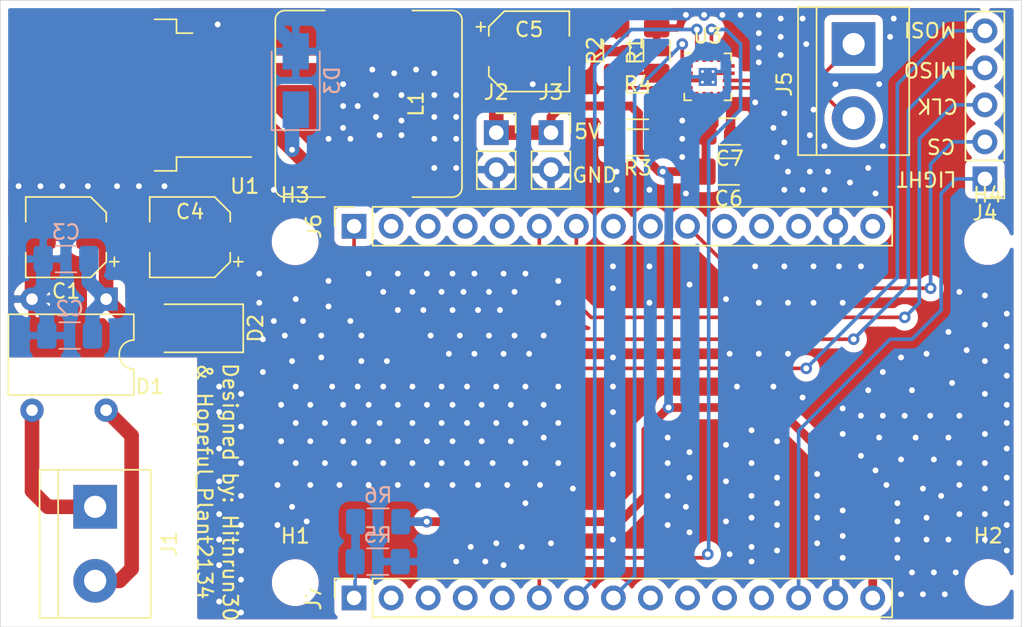
<source format=kicad_pcb>
(kicad_pcb (version 20171130) (host pcbnew "(5.1.10)-1")
  (layers (0 F.Cu signal) (31 B.Cu signal) (34 B.Paste user) (35 F.Paste user) (36 B.SilkS user) (37 F.SilkS user) (38 B.Mask user) (39 F.Mask user) (44 Edge.Cuts user))
  (net 0 "")
  (net 1 GND)
  (net 2 +24V)
  (net 3 "Net-(C4-Pad1)")
  (net 4 +5V)
  (net 5 "Net-(D1-Pad4)")
  (net 6 "Net-(D1-Pad3)")
  (net 7 "Net-(D3-Pad1)")
  (net 8 /lrclk)
  (net 9 /bclk)
  (net 10 /dout)
  (net 11 "Net-(R1-Pad2)")
  (net 12 "Net-(J5-Pad1)")
  (net 13 "Net-(J5-Pad2)")
  (net 14 "Net-(R3-Pad2)")
  (net 15 "Net-(J6-Pad15)")
  (net 16 "Net-(J6-Pad13)")
  (net 17 "Net-(J6-Pad12)")
  (net 18 "Net-(J6-Pad11)")
  (net 19 "Net-(J6-Pad9)")
  (net 20 "Net-(J6-Pad5)")
  (net 21 "Net-(J6-Pad4)")
  (net 22 "Net-(J6-Pad3)")
  (net 23 "Net-(J6-Pad2)")
  (net 24 "Net-(J7-Pad1)")
  (net 25 "Net-(J7-Pad2)")
  (net 26 "Net-(J7-Pad3)")
  (net 27 "Net-(J7-Pad4)")
  (net 28 "Net-(J7-Pad5)")
  (net 29 "Net-(J7-Pad9)")
  (net 30 "Net-(J7-Pad10)")
  (net 31 "Net-(J7-Pad11)")
  (net 32 "Net-(J7-Pad12)")
  (net 33 /LIGHT)
  (net 34 /CS)
  (net 35 /CLK)
  (net 36 /MISO)
  (net 37 /MOSI)
  (net 38 "Net-(J6-Pad8)")
  (module Connector_PinSocket_2.54mm:PinSocket_1x15_P2.54mm_Vertical (layer F.Cu) (at 151.75 58 90)
    (fp_text reference J7 (at 0 -2.77 90) (layer F.SilkS))
    (fp_text value Conn_01x15)
    (pad 15 thru_hole oval (at 0 35.56 90) (size 1.7 1.7) (drill 1) (layers *.Cu *.Mask) (net 4 +5V))
    (pad 14 thru_hole oval (at 0 33.02 90) (size 1.7 1.7) (drill 1) (layers *.Cu *.Mask) (net 1 GND))
    (pad 13 thru_hole oval (at 0 30.48 90) (size 1.7 1.7) (drill 1) (layers *.Cu *.Mask) (net 33 /LIGHT))
    (pad 12 thru_hole oval (at 0 27.94 90) (size 1.7 1.7) (drill 1) (layers *.Cu *.Mask) (net 32 "Net-(J7-Pad12)"))
    (pad 11 thru_hole oval (at 0 25.4 90) (size 1.7 1.7) (drill 1) (layers *.Cu *.Mask) (net 31 "Net-(J7-Pad11)"))
    (pad 10 thru_hole oval (at 0 22.86 90) (size 1.7 1.7) (drill 1) (layers *.Cu *.Mask) (net 30 "Net-(J7-Pad10)"))
    (pad 9 thru_hole oval (at 0 20.32 90) (size 1.7 1.7) (drill 1) (layers *.Cu *.Mask) (net 29 "Net-(J7-Pad9)"))
    (pad 8 thru_hole oval (at 0 17.78 90) (size 1.7 1.7) (drill 1) (layers *.Cu *.Mask) (net 10 /dout))
    (pad 7 thru_hole oval (at 0 15.24 90) (size 1.7 1.7) (drill 1) (layers *.Cu *.Mask) (net 9 /bclk))
    (pad 6 thru_hole oval (at 0 12.7 90) (size 1.7 1.7) (drill 1) (layers *.Cu *.Mask) (net 8 /lrclk))
    (pad 5 thru_hole oval (at 0 10.16 90) (size 1.7 1.7) (drill 1) (layers *.Cu *.Mask) (net 28 "Net-(J7-Pad5)"))
    (pad 4 thru_hole oval (at 0 7.62 90) (size 1.7 1.7) (drill 1) (layers *.Cu *.Mask) (net 27 "Net-(J7-Pad4)"))
    (pad 3 thru_hole oval (at 0 5.08 90) (size 1.7 1.7) (drill 1) (layers *.Cu *.Mask) (net 26 "Net-(J7-Pad3)"))
    (pad 2 thru_hole oval (at 0 2.54 90) (size 1.7 1.7) (drill 1) (layers *.Cu *.Mask) (net 25 "Net-(J7-Pad2)"))
    (pad 1 thru_hole rect (at 0 0 90) (size 1.7 1.7) (drill 1) (layers *.Cu *.Mask) (net 24 "Net-(J7-Pad1)"))
  )
  (module Connector_PinSocket_2.54mm:PinSocket_1x15_P2.54mm_Vertical (layer F.Cu) (at 151.75 32.5 90)
    (fp_text reference J6 (at 0 -2.77 90) (layer F.SilkS))
    (fp_text value Conn_01x15)
    (pad 15 thru_hole oval (at 0 35.56 90) (size 1.7 1.7) (drill 1) (layers *.Cu *.Mask) (net 15 "Net-(J6-Pad15)"))
    (pad 14 thru_hole oval (at 0 33.02 90) (size 1.7 1.7) (drill 1) (layers *.Cu *.Mask) (net 1 GND))
    (pad 13 thru_hole oval (at 0 30.48 90) (size 1.7 1.7) (drill 1) (layers *.Cu *.Mask) (net 16 "Net-(J6-Pad13)"))
    (pad 12 thru_hole oval (at 0 27.94 90) (size 1.7 1.7) (drill 1) (layers *.Cu *.Mask) (net 17 "Net-(J6-Pad12)"))
    (pad 11 thru_hole oval (at 0 25.4 90) (size 1.7 1.7) (drill 1) (layers *.Cu *.Mask) (net 18 "Net-(J6-Pad11)"))
    (pad 10 thru_hole oval (at 0 22.86 90) (size 1.7 1.7) (drill 1) (layers *.Cu *.Mask) (net 34 /CS))
    (pad 9 thru_hole oval (at 0 20.32 90) (size 1.7 1.7) (drill 1) (layers *.Cu *.Mask) (net 19 "Net-(J6-Pad9)"))
    (pad 8 thru_hole oval (at 0 17.78 90) (size 1.7 1.7) (drill 1) (layers *.Cu *.Mask) (net 38 "Net-(J6-Pad8)"))
    (pad 7 thru_hole oval (at 0 15.24 90) (size 1.7 1.7) (drill 1) (layers *.Cu *.Mask) (net 35 /CLK))
    (pad 6 thru_hole oval (at 0 12.7 90) (size 1.7 1.7) (drill 1) (layers *.Cu *.Mask) (net 36 /MISO))
    (pad 5 thru_hole oval (at 0 10.16 90) (size 1.7 1.7) (drill 1) (layers *.Cu *.Mask) (net 20 "Net-(J6-Pad5)"))
    (pad 4 thru_hole oval (at 0 7.62 90) (size 1.7 1.7) (drill 1) (layers *.Cu *.Mask) (net 21 "Net-(J6-Pad4)"))
    (pad 3 thru_hole oval (at 0 5.08 90) (size 1.7 1.7) (drill 1) (layers *.Cu *.Mask) (net 22 "Net-(J6-Pad3)"))
    (pad 2 thru_hole oval (at 0 2.54 90) (size 1.7 1.7) (drill 1) (layers *.Cu *.Mask) (net 23 "Net-(J6-Pad2)"))
    (pad 1 thru_hole rect (at 0 0 90) (size 1.7 1.7) (drill 1) (layers *.Cu *.Mask) (net 37 /MOSI))
  )
  (module MountingHole:MountingHole_2.2mm_M2 (layer F.Cu) (at 195.19 33.55)
    (fp_text reference H4 (at 0 -3.2) (layer F.SilkS))
    (fp_text value MountingHole)
    (pad 1 np_thru_hole circle (at 0 0) (size 2.2 2.2) (drill 2.2) (layers *.Cu *.Mask))
  )
  (module MountingHole:MountingHole_2.2mm_M2 (layer F.Cu) (at 147.71 33.56)
    (fp_text reference H3 (at 0 -3.2) (layer F.SilkS))
    (fp_text value MountingHole)
    (pad 1 np_thru_hole circle (at 0 0) (size 2.2 2.2) (drill 2.2) (layers *.Cu *.Mask))
  )
  (module MountingHole:MountingHole_2.2mm_M2 (layer F.Cu) (at 195.22 56.94)
    (fp_text reference H2 (at 0 -3.2) (layer F.SilkS))
    (fp_text value MountingHole)
    (pad 1 np_thru_hole circle (at 0 0) (size 2.2 2.2) (drill 2.2) (layers *.Cu *.Mask))
  )
  (module MountingHole:MountingHole_2.2mm_M2 (layer F.Cu) (at 147.72 56.95)
    (fp_text reference H1 (at 0 -3.2) (layer F.SilkS))
    (fp_text value MountingHole)
    (pad 1 np_thru_hole circle (at 0 0) (size 2.2 2.2) (drill 2.2) (layers *.Cu *.Mask))
  )
  (module Resistor_SMD:R_1206_3216Metric_Pad1.30x1.75mm_HandSolder (layer B.Cu) (at 153.4 52.77 180)
    (fp_text reference R6 (at 0 1.82) (layer B.SilkS) (effects (justify mirror)))
    (fp_text value 100K)
    (pad 2 smd roundrect (at 1.55 0 180) (size 1.3 1.75) (layers B.Cu B.Paste B.Mask) (roundrect_rratio 0.1923069230769231) (net 24 "Net-(J7-Pad1)"))
    (pad 1 smd roundrect (at -1.55 0 180) (size 1.3 1.75) (layers B.Cu B.Paste B.Mask) (roundrect_rratio 0.1923069230769231) (net 4 +5V))
  )
  (module Resistor_SMD:R_1206_3216Metric_Pad1.30x1.75mm_HandSolder (layer B.Cu) (at 153.37 55.51 180)
    (fp_text reference R5 (at 0 1.82) (layer B.SilkS) (effects (justify mirror)))
    (fp_text value DNI)
    (pad 2 smd roundrect (at 1.55 0 180) (size 1.3 1.75) (layers B.Cu B.Paste B.Mask) (roundrect_rratio 0.1923069230769231) (net 24 "Net-(J7-Pad1)"))
    (pad 1 smd roundrect (at -1.55 0 180) (size 1.3 1.75) (layers B.Cu B.Paste B.Mask) (roundrect_rratio 0.1923069230769231) (net 1 GND))
  )
  (module TerminalBlock:TerminalBlock_bornier-2_P5.08mm (layer F.Cu) (at 186 20 270)
    (fp_text reference J5 (at 2.75 4.75 90) (layer F.SilkS))
    (fp_text value Screw_Terminal_01x02)
    (pad 1 thru_hole rect (at 0 0 270) (size 3 3) (drill 1.52) (layers *.Cu *.Mask) (net 12 "Net-(J5-Pad1)"))
    (pad 2 thru_hole circle (at 5.08 0 270) (size 3 3) (drill 1.52) (layers *.Cu *.Mask) (net 13 "Net-(J5-Pad2)"))
  )
  (module Connector_PinHeader_2.54mm:PinHeader_1x05_P2.54mm_Vertical (layer F.Cu) (at 195 29.25 180)
    (fp_text reference J4 (at 0 -2.33) (layer F.SilkS))
    (fp_text value Conn_01x05)
    (pad 1 thru_hole rect (at 0 0 180) (size 1.7 1.7) (drill 1) (layers *.Cu *.Mask) (net 33 /LIGHT))
    (pad 2 thru_hole oval (at 0 2.54 180) (size 1.7 1.7) (drill 1) (layers *.Cu *.Mask) (net 34 /CS))
    (pad 3 thru_hole oval (at 0 5.08 180) (size 1.7 1.7) (drill 1) (layers *.Cu *.Mask) (net 35 /CLK))
    (pad 4 thru_hole oval (at 0 7.62 180) (size 1.7 1.7) (drill 1) (layers *.Cu *.Mask) (net 36 /MISO))
    (pad 5 thru_hole oval (at 0 10.16 180) (size 1.7 1.7) (drill 1) (layers *.Cu *.Mask) (net 37 /MOSI))
  )
  (module Capacitor_SMD:C_1206_3216Metric_Pad1.33x1.80mm_HandSolder (layer F.Cu) (at 177.4375 28.75 180)
    (fp_text reference C6 (at 0 -1.85) (layer F.SilkS))
    (fp_text value 100n)
    (pad 1 smd roundrect (at -1.5625 0 180) (size 1.325 1.8) (layers F.Cu F.Paste F.Mask) (roundrect_rratio 0.1886769811320755) (net 1 GND))
    (pad 2 smd roundrect (at 1.5625 0 180) (size 1.325 1.8) (layers F.Cu F.Paste F.Mask) (roundrect_rratio 0.1886769811320755) (net 4 +5V))
  )
  (module Capacitor_SMD:CP_Elec_5x5.3 (layer F.Cu) (at 132 33.25 180)
    (fp_text reference C1 (at 0 -3.7) (layer F.SilkS))
    (fp_text value 100u)
    (pad 2 smd roundrect (at 2.2 0 180) (size 3 1.6) (layers F.Cu F.Paste F.Mask) (roundrect_rratio 0.15625) (net 1 GND))
    (pad 1 smd roundrect (at -2.2 0 180) (size 3 1.6) (layers F.Cu F.Paste F.Mask) (roundrect_rratio 0.15625) (net 2 +24V))
  )
  (module Capacitor_SMD:C_1206_3216Metric_Pad1.33x1.80mm_HandSolder (layer B.Cu) (at 132.25 40 180)
    (fp_text reference C2 (at 0 1.85) (layer B.SilkS) (effects (justify mirror)))
    (fp_text value 1u)
    (pad 1 smd roundrect (at -1.5625 0 180) (size 1.325 1.8) (layers B.Cu B.Paste B.Mask) (roundrect_rratio 0.1886769811320755) (net 2 +24V))
    (pad 2 smd roundrect (at 1.5625 0 180) (size 1.325 1.8) (layers B.Cu B.Paste B.Mask) (roundrect_rratio 0.1886769811320755) (net 1 GND))
  )
  (module Capacitor_SMD:C_1206_3216Metric_Pad1.33x1.80mm_HandSolder (layer B.Cu) (at 132 34.75 180)
    (fp_text reference C3 (at 0 1.85) (layer B.SilkS) (effects (justify mirror)))
    (fp_text value 100n)
    (pad 2 smd roundrect (at 1.5625 0 180) (size 1.325 1.8) (layers B.Cu B.Paste B.Mask) (roundrect_rratio 0.1886769811320755) (net 1 GND))
    (pad 1 smd roundrect (at -1.5625 0 180) (size 1.325 1.8) (layers B.Cu B.Paste B.Mask) (roundrect_rratio 0.1886769811320755) (net 2 +24V))
  )
  (module Capacitor_SMD:CP_Elec_5x5.3 (layer F.Cu) (at 140.5 33.25 180)
    (fp_text reference C4 (at 0 1.75) (layer F.SilkS))
    (fp_text value 100u)
    (pad 1 smd roundrect (at -2.2 0 180) (size 3 1.6) (layers F.Cu F.Paste F.Mask) (roundrect_rratio 0.15625) (net 3 "Net-(C4-Pad1)"))
    (pad 2 smd roundrect (at 2.2 0 180) (size 3 1.6) (layers F.Cu F.Paste F.Mask) (roundrect_rratio 0.15625) (net 1 GND))
  )
  (module Capacitor_SMD:CP_Elec_5x5.3 (layer F.Cu) (at 163.75 20.5)
    (fp_text reference C5 (at 0 -1.5) (layer F.SilkS))
    (fp_text value 100u)
    (pad 1 smd roundrect (at -2.2 0) (size 3 1.6) (layers F.Cu F.Paste F.Mask) (roundrect_rratio 0.15625) (net 4 +5V))
    (pad 2 smd roundrect (at 2.2 0) (size 3 1.6) (layers F.Cu F.Paste F.Mask) (roundrect_rratio 0.15625) (net 1 GND))
  )
  (module Diode_THT:Diode_Bridge_DIP-4_W7.62mm_P5.08mm (layer F.Cu) (at 134.75 37.5 270)
    (fp_text reference D1 (at 6 -3 180) (layer F.SilkS))
    (fp_text value DF005M)
    (pad 4 thru_hole oval (at 7.62 0 270) (size 1.6 1.6) (drill 0.8) (layers *.Cu *.Mask) (net 5 "Net-(D1-Pad4)"))
    (pad 2 thru_hole oval (at 0 5.08 270) (size 1.6 1.6) (drill 0.8) (layers *.Cu *.Mask) (net 1 GND))
    (pad 3 thru_hole oval (at 7.62 5.08 270) (size 1.6 1.6) (drill 0.8) (layers *.Cu *.Mask) (net 6 "Net-(D1-Pad3)"))
    (pad 1 thru_hole rect (at 0 0 270) (size 1.6 1.6) (drill 0.8) (layers *.Cu *.Mask) (net 2 +24V))
  )
  (module Diode_SMD:D_SMA (layer F.Cu) (at 140.75 39.5 180)
    (fp_text reference D2 (at -4.25 0 90) (layer F.SilkS))
    (fp_text value US1A)
    (pad 1 smd rect (at -2 0 180) (size 2.5 1.8) (layers F.Cu F.Paste F.Mask) (net 3 "Net-(C4-Pad1)"))
    (pad 2 smd rect (at 2 0 180) (size 2.5 1.8) (layers F.Cu F.Paste F.Mask) (net 2 +24V))
  )
  (module Inductor_SMD:L_Bourns_SRR1260 (layer F.Cu) (at 152.75 24.1 270)
    (fp_text reference L1 (at 0 -3.25 90) (layer F.SilkS))
    (fp_text value 150uH)
    (pad 2 smd rect (at 4.85 0 270) (size 2.9 5.4) (layers F.Cu F.Paste F.Mask) (net 7 "Net-(D3-Pad1)"))
    (pad 1 smd rect (at -4.85 0 270) (size 2.9 5.4) (layers F.Cu F.Paste F.Mask) (net 4 +5V))
  )
  (module Package_TO_SOT_SMD:TO-263-5_TabPin3 (layer F.Cu) (at 136.625 23.5 180)
    (fp_text reference U1 (at -7.625 -6.25) (layer F.SilkS))
    (fp_text value LM2596S-5)
    (pad 1 smd rect (at -5.775 -3.4 180) (size 4.6 1.1) (layers F.Cu F.Paste F.Mask) (net 3 "Net-(C4-Pad1)"))
    (pad 2 smd rect (at -5.775 -1.7 180) (size 4.6 1.1) (layers F.Cu F.Paste F.Mask) (net 7 "Net-(D3-Pad1)"))
    (pad 3 smd rect (at -5.775 0 180) (size 4.6 1.1) (layers F.Cu F.Paste F.Mask) (net 1 GND))
    (pad 4 smd rect (at -5.775 1.7 180) (size 4.6 1.1) (layers F.Cu F.Paste F.Mask) (net 4 +5V))
    (pad 5 smd rect (at -5.775 3.4 180) (size 4.6 1.1) (layers F.Cu F.Paste F.Mask) (net 1 GND))
    (pad 3 smd rect (at 3.375 0 180) (size 9.4 10.8) (layers F.Cu F.Mask) (net 1 GND))
  )
  (module Connector_PinSocket_2.54mm:PinSocket_1x02_P2.54mm_Vertical (layer F.Cu) (at 161.5 26.075001)
    (fp_text reference J2 (at 0 -2.77) (layer F.SilkS))
    (fp_text value Conn_01x02)
    (pad 1 thru_hole rect (at 0 0) (size 1.7 1.7) (drill 1) (layers *.Cu *.Mask) (net 4 +5V))
    (pad 2 thru_hole oval (at 0 2.54) (size 1.7 1.7) (drill 1) (layers *.Cu *.Mask) (net 1 GND))
  )
  (module Connector_PinSocket_2.54mm:PinSocket_1x02_P2.54mm_Vertical (layer F.Cu) (at 165.25 26.075001)
    (fp_text reference J3 (at 0 -2.77) (layer F.SilkS))
    (fp_text value Conn_01x02)
    (pad 2 thru_hole oval (at 0 2.54) (size 1.7 1.7) (drill 1) (layers *.Cu *.Mask) (net 1 GND))
    (pad 1 thru_hole rect (at 0 0) (size 1.7 1.7) (drill 1) (layers *.Cu *.Mask) (net 4 +5V))
  )
  (module Diode_SMD:D_SMA (layer B.Cu) (at 147.75 22.5 90)
    (fp_text reference D3 (at 0 2.5 90) (layer B.SilkS) (effects (justify mirror)))
    (fp_text value US1A)
    (pad 1 smd rect (at -2 0 90) (size 2.5 1.8) (layers B.Cu B.Paste B.Mask) (net 7 "Net-(D3-Pad1)"))
    (pad 2 smd rect (at 2 0 90) (size 2.5 1.8) (layers B.Cu B.Paste B.Mask) (net 1 GND))
  )
  (module Capacitor_SMD:C_1206_3216Metric_Pad1.33x1.80mm_HandSolder (layer F.Cu) (at 177.5 26 180)
    (fp_text reference C7 (at 0 -1.85) (layer F.SilkS))
    (fp_text value 100n)
    (pad 2 smd roundrect (at 1.5625 0 180) (size 1.325 1.8) (layers F.Cu F.Paste F.Mask) (roundrect_rratio 0.1886769811320755) (net 4 +5V))
    (pad 1 smd roundrect (at -1.5625 0 180) (size 1.325 1.8) (layers F.Cu F.Paste F.Mask) (roundrect_rratio 0.1886769811320755) (net 1 GND))
  )
  (module Package_DFN_QFN:TQFN-16-1EP_3x3mm_P0.5mm_EP1.23x1.23mm_ThermalVias (layer F.Cu) (at 176 22.25)
    (fp_text reference U3 (at 0 -2.8) (layer F.SilkS))
    (fp_text value MAX98357A)
    (pad 1 smd roundrect (at -1.4375 -0.75) (size 0.825 0.25) (layers F.Cu F.Paste F.Mask) (net 10 /dout))
    (pad 2 smd roundrect (at -1.4375 -0.25) (size 0.825 0.25) (layers F.Cu F.Paste F.Mask) (net 11 "Net-(R1-Pad2)"))
    (pad 3 smd roundrect (at -1.4375 0.25) (size 0.825 0.25) (layers F.Cu F.Paste F.Mask) (net 1 GND))
    (pad 4 smd roundrect (at -1.4375 0.75) (size 0.825 0.25) (layers F.Cu F.Paste F.Mask) (net 14 "Net-(R3-Pad2)"))
    (pad 5 smd roundrect (at -0.75 1.4375) (size 0.25 0.825) (layers F.Cu F.Paste F.Mask))
    (pad 6 smd roundrect (at -0.25 1.4375) (size 0.25 0.825) (layers F.Cu F.Paste F.Mask))
    (pad 7 smd roundrect (at 0.25 1.4375) (size 0.25 0.825) (layers F.Cu F.Paste F.Mask) (net 4 +5V))
    (pad 8 smd roundrect (at 0.75 1.4375) (size 0.25 0.825) (layers F.Cu F.Paste F.Mask) (net 4 +5V))
    (pad 9 smd roundrect (at 1.4375 0.75) (size 0.825 0.25) (layers F.Cu F.Paste F.Mask) (net 13 "Net-(J5-Pad2)"))
    (pad 10 smd roundrect (at 1.4375 0.25) (size 0.825 0.25) (layers F.Cu F.Paste F.Mask) (net 12 "Net-(J5-Pad1)"))
    (pad 11 smd roundrect (at 1.4375 -0.25) (size 0.825 0.25) (layers F.Cu F.Paste F.Mask) (net 1 GND))
    (pad 12 smd roundrect (at 1.4375 -0.75) (size 0.825 0.25) (layers F.Cu F.Paste F.Mask))
    (pad 13 smd roundrect (at 0.75 -1.4375) (size 0.25 0.825) (layers F.Cu F.Paste F.Mask))
    (pad 14 smd roundrect (at 0.25 -1.4375) (size 0.25 0.825) (layers F.Cu F.Paste F.Mask) (net 8 /lrclk))
    (pad 15 smd roundrect (at -0.25 -1.4375) (size 0.25 0.825) (layers F.Cu F.Paste F.Mask))
    (pad 16 smd roundrect (at -0.75 -1.4375) (size 0.25 0.825) (layers F.Cu F.Paste F.Mask) (net 9 /bclk))
    (pad 17 smd rect (at 0 0) (size 1.23 1.23) (layers F.Cu F.Mask) (net 1 GND))
    (pad 17 thru_hole circle (at -0.365 -0.365) (size 0.5 0.5) (drill 0.2) (layers *.Cu) (net 1 GND))
    (pad 17 thru_hole circle (at 0.365 -0.365) (size 0.5 0.5) (drill 0.2) (layers *.Cu) (net 1 GND))
    (pad 17 thru_hole circle (at -0.365 0.365) (size 0.5 0.5) (drill 0.2) (layers *.Cu) (net 1 GND))
    (pad 17 thru_hole circle (at 0.365 0.365) (size 0.5 0.5) (drill 0.2) (layers *.Cu) (net 1 GND))
    (pad 17 smd rect (at 0 0) (size 1.23 1.23) (layers B.Cu) (net 1 GND))
  )
  (module Resistor_SMD:R_1206_3216Metric_Pad1.30x1.75mm_HandSolder (layer F.Cu) (at 172.5 20.45 270)
    (fp_text reference R1 (at 0 1.5 90) (layer F.SilkS))
    (fp_text value DNI)
    (pad 1 smd roundrect (at -1.55 0 270) (size 1.3 1.75) (layers F.Cu F.Paste F.Mask) (roundrect_rratio 0.1923069230769231) (net 1 GND))
    (pad 2 smd roundrect (at 1.55 0 270) (size 1.3 1.75) (layers F.Cu F.Paste F.Mask) (roundrect_rratio 0.1923069230769231) (net 11 "Net-(R1-Pad2)"))
  )
  (module Resistor_SMD:R_1206_3216Metric_Pad1.30x1.75mm_HandSolder (layer F.Cu) (at 169.75 20.45 270)
    (fp_text reference R2 (at 0 1.5 90) (layer F.SilkS))
    (fp_text value DNI)
    (pad 2 smd roundrect (at 1.55 0 270) (size 1.3 1.75) (layers F.Cu F.Paste F.Mask) (roundrect_rratio 0.1923069230769231) (net 11 "Net-(R1-Pad2)"))
    (pad 1 smd roundrect (at -1.55 0 270) (size 1.3 1.75) (layers F.Cu F.Paste F.Mask) (roundrect_rratio 0.1923069230769231) (net 4 +5V))
  )
  (module Resistor_SMD:R_1206_3216Metric_Pad1.30x1.75mm_HandSolder (layer F.Cu) (at 171.2 26.75)
    (fp_text reference R3 (at 0 1.75) (layer F.SilkS))
    (fp_text value DNI)
    (pad 1 smd roundrect (at -1.55 0) (size 1.3 1.75) (layers F.Cu F.Paste F.Mask) (roundrect_rratio 0.1923069230769231) (net 1 GND))
    (pad 2 smd roundrect (at 1.55 0) (size 1.3 1.75) (layers F.Cu F.Paste F.Mask) (roundrect_rratio 0.1923069230769231) (net 14 "Net-(R3-Pad2)"))
  )
  (module Resistor_SMD:R_1206_3216Metric_Pad1.30x1.75mm_HandSolder (layer F.Cu) (at 171.2 24.25)
    (fp_text reference R4 (at 0 -1.5) (layer F.SilkS))
    (fp_text value 630K)
    (pad 2 smd roundrect (at 1.55 0) (size 1.3 1.75) (layers F.Cu F.Paste F.Mask) (roundrect_rratio 0.1923069230769231) (net 14 "Net-(R3-Pad2)"))
    (pad 1 smd roundrect (at -1.55 0) (size 1.3 1.75) (layers F.Cu F.Paste F.Mask) (roundrect_rratio 0.1923069230769231) (net 4 +5V))
  )
  (module TerminalBlock:TerminalBlock_bornier-2_P5.08mm (layer F.Cu) (at 134 51.75 270)
    (fp_text reference J1 (at 2.54 -5.08 90) (layer F.SilkS))
    (fp_text value Screw_Terminal_01x02)
    (pad 1 thru_hole rect (at 0 0 270) (size 3 3) (drill 1.52) (layers *.Cu *.Mask) (net 6 "Net-(D1-Pad3)"))
    (pad 2 thru_hole circle (at 5.08 0 270) (size 3 3) (drill 1.52) (layers *.Cu *.Mask) (net 5 "Net-(D1-Pad4)"))
  )
  (gr_text LIGHT (at 191 29.25 180) (layer F.SilkS) (effects (font (size 1 1))))
  (gr_text "& Hopeful_Plant2134" (at 141.5 50 270) (layer F.SilkS) (effects (font (size 1 1))))
  (gr_text "Designed by: Hitnrun30" (at 143.25 50.75 270) (layer F.SilkS) (effects (font (size 1 1))))
  (gr_text GND (at 168.25 29) (layer F.SilkS) (effects (font (size 1 1))))
  (gr_text 5V (at 167.75 26) (layer F.SilkS) (effects (font (size 1 1))))
  (gr_text CS (at 192 27 180) (layer F.SilkS) (effects (font (size 1 1))))
  (gr_text CLK (at 191.75 24.25 180) (layer F.SilkS) (effects (font (size 1 1))))
  (gr_text "MISO\n" (at 191.25 21.75 180) (layer F.SilkS) (effects (font (size 1 1))))
  (gr_text "MOSI\n" (at 191.25 19 180) (layer F.SilkS) (effects (font (size 1 1))))
  (gr_line (start 197.5 17) (end 127.5 17) (layer Edge.Cuts) (width 0.05))
  (gr_line (start 197.5 60) (end 197.5 17) (layer Edge.Cuts) (width 0.05))
  (gr_line (start 127.5 60) (end 197.5 60) (layer Edge.Cuts) (width 0.05))
  (gr_line (start 127.5 17) (end 127.5 60) (layer Edge.Cuts) (width 0.05))
  (via (at 174.25 27.75) (size 0.8) (drill 0.4) (layers F.Cu B.Cu) (net 1))
  (via (at 174.25 26.5) (size 0.8) (drill 0.4) (layers F.Cu B.Cu) (net 1))
  (via (at 174.25 25.25) (size 0.8) (drill 0.4) (layers F.Cu B.Cu) (net 1))
  (via (at 149.75 46) (size 0.8) (drill 0.4) (layers F.Cu B.Cu) (net 1))
  (via (at 149.75 48.75) (size 0.8) (drill 0.4) (layers F.Cu B.Cu) (net 1))
  (segment (start 129.67 33.38) (end 129.8 33.25) (width 1) (layer F.Cu) (net 1))
  (segment (start 129.67 37.5) (end 129.67 33.38) (width 1) (layer F.Cu) (net 1))
  (segment (start 130.6875 38.5175) (end 129.67 37.5) (width 1) (layer B.Cu) (net 1))
  (segment (start 130.6875 40) (end 130.6875 38.5175) (width 1) (layer B.Cu) (net 1))
  (segment (start 130.4375 36.7325) (end 129.67 37.5) (width 1) (layer B.Cu) (net 1))
  (segment (start 130.4375 34.75) (end 130.4375 36.7325) (width 1) (layer B.Cu) (net 1))
  (segment (start 142.4 23.5) (end 133.25 23.5) (width 1) (layer F.Cu) (net 1))
  (segment (start 142.4 20.1) (end 142.4 18.65) (width 1) (layer F.Cu) (net 1))
  (via (at 142.4 18.65) (size 0.8) (drill 0.4) (layers F.Cu B.Cu) (net 1))
  (segment (start 147.75 20.5) (end 147.75 20.25) (width 1) (layer B.Cu) (net 1))
  (segment (start 146.15 18.65) (end 142.4 18.65) (width 1) (layer B.Cu) (net 1))
  (segment (start 147.75 20.25) (end 146.15 18.65) (width 1) (layer B.Cu) (net 1))
  (segment (start 179.75 26.0625) (end 179.8125 26) (width 0.25) (layer F.Cu) (net 1))
  (segment (start 179 28.75) (end 179 26.0625) (width 0.25) (layer F.Cu) (net 1))
  (segment (start 175.52 22.5) (end 175.635 22.615) (width 0.25) (layer F.Cu) (net 1))
  (segment (start 174.5625 22.5) (end 175.52 22.5) (width 0.25) (layer F.Cu) (net 1))
  (segment (start 176.48 22) (end 176.365 21.885) (width 0.25) (layer F.Cu) (net 1))
  (segment (start 177.4375 22) (end 176.48 22) (width 0.25) (layer F.Cu) (net 1))
  (via (at 153.25 23.5) (size 0.8) (drill 0.4) (layers F.Cu B.Cu) (net 1))
  (via (at 157.25 23.5) (size 0.8) (drill 0.4) (layers F.Cu B.Cu) (net 1))
  (via (at 164 22.75) (size 0.8) (drill 0.4) (layers F.Cu B.Cu) (net 1))
  (segment (start 173.83819 22.5) (end 173.33819 23) (width 0.25) (layer F.Cu) (net 1))
  (segment (start 174.5625 22.5) (end 173.83819 22.5) (width 0.25) (layer F.Cu) (net 1))
  (segment (start 168.45 23) (end 165.95 20.5) (width 0.25) (layer F.Cu) (net 1))
  (segment (start 173.33819 23) (end 168.45 23) (width 0.25) (layer F.Cu) (net 1))
  (via (at 142.5 58.25) (size 0.8) (drill 0.4) (layers F.Cu B.Cu) (net 1))
  (via (at 142.5 55.75) (size 0.8) (drill 0.4) (layers F.Cu B.Cu) (net 1))
  (via (at 142.5 52.25) (size 0.8) (drill 0.4) (layers F.Cu B.Cu) (net 1))
  (via (at 142.5 54) (size 0.8) (drill 0.4) (layers F.Cu B.Cu) (net 1))
  (via (at 142.5 50) (size 0.8) (drill 0.4) (layers F.Cu B.Cu) (net 1))
  (via (at 142.5 47.75) (size 0.8) (drill 0.4) (layers F.Cu B.Cu) (net 1))
  (via (at 142.5 45.25) (size 0.8) (drill 0.4) (layers F.Cu B.Cu) (net 1))
  (via (at 142.5 43.5) (size 0.8) (drill 0.4) (layers F.Cu B.Cu) (net 1))
  (via (at 144 44) (size 0.8) (drill 0.4) (layers F.Cu B.Cu) (net 1))
  (via (at 144 46.25) (size 0.8) (drill 0.4) (layers F.Cu B.Cu) (net 1))
  (via (at 144 48.75) (size 0.8) (drill 0.4) (layers F.Cu B.Cu) (net 1))
  (via (at 144 51) (size 0.8) (drill 0.4) (layers F.Cu B.Cu) (net 1))
  (via (at 144 53) (size 0.8) (drill 0.4) (layers F.Cu B.Cu) (net 1))
  (via (at 144 54.75) (size 0.8) (drill 0.4) (layers F.Cu B.Cu) (net 1))
  (via (at 144 56.75) (size 0.8) (drill 0.4) (layers F.Cu B.Cu) (net 1))
  (via (at 144 59) (size 0.8) (drill 0.4) (layers F.Cu B.Cu) (net 1))
  (via (at 189.25 57.75) (size 0.8) (drill 0.4) (layers F.Cu B.Cu) (net 1))
  (via (at 190.75 57.75) (size 0.8) (drill 0.4) (layers F.Cu B.Cu) (net 1))
  (via (at 192.25 57.75) (size 0.8) (drill 0.4) (layers F.Cu B.Cu) (net 1))
  (via (at 196.5 54.75) (size 0.8) (drill 0.4) (layers F.Cu B.Cu) (net 1))
  (via (at 196.5 53) (size 0.8) (drill 0.4) (layers F.Cu B.Cu) (net 1))
  (via (at 196.5 51.5) (size 0.8) (drill 0.4) (layers F.Cu B.Cu) (net 1))
  (via (at 196.5 49.75) (size 0.8) (drill 0.4) (layers F.Cu B.Cu) (net 1))
  (via (at 196.5 47.75) (size 0.8) (drill 0.4) (layers F.Cu B.Cu) (net 1))
  (via (at 196.5 46) (size 0.8) (drill 0.4) (layers F.Cu B.Cu) (net 1))
  (via (at 196.5 44.75) (size 0.8) (drill 0.4) (layers F.Cu B.Cu) (net 1))
  (via (at 196.5 42.75) (size 0.8) (drill 0.4) (layers F.Cu B.Cu) (net 1))
  (via (at 196.5 40.75) (size 0.8) (drill 0.4) (layers F.Cu B.Cu) (net 1))
  (via (at 196.5 38.5) (size 0.8) (drill 0.4) (layers F.Cu B.Cu) (net 1))
  (via (at 190 56.25) (size 0.8) (drill 0.4) (layers F.Cu B.Cu) (net 1))
  (via (at 191.5 56.25) (size 0.8) (drill 0.4) (layers F.Cu B.Cu) (net 1))
  (via (at 193 56.25) (size 0.8) (drill 0.4) (layers F.Cu B.Cu) (net 1))
  (via (at 195 54) (size 0.8) (drill 0.4) (layers F.Cu B.Cu) (net 1))
  (via (at 195 52.25) (size 0.8) (drill 0.4) (layers F.Cu B.Cu) (net 1))
  (via (at 195 50.5) (size 0.8) (drill 0.4) (layers F.Cu B.Cu) (net 1))
  (via (at 195 48.75) (size 0.8) (drill 0.4) (layers F.Cu B.Cu) (net 1))
  (via (at 195 46.75) (size 0.8) (drill 0.4) (layers F.Cu B.Cu) (net 1))
  (via (at 195 44) (size 0.8) (drill 0.4) (layers F.Cu B.Cu) (net 1))
  (via (at 195 41.75) (size 0.8) (drill 0.4) (layers F.Cu B.Cu) (net 1))
  (via (at 195 39.25) (size 0.8) (drill 0.4) (layers F.Cu B.Cu) (net 1))
  (via (at 195 37.25) (size 0.8) (drill 0.4) (layers F.Cu B.Cu) (net 1))
  (via (at 179 46.5) (size 0.8) (drill 0.4) (layers F.Cu B.Cu) (net 1))
  (via (at 179 48.75) (size 0.8) (drill 0.4) (layers F.Cu B.Cu) (net 1))
  (via (at 179 51) (size 0.8) (drill 0.4) (layers F.Cu B.Cu) (net 1))
  (via (at 173.25 47) (size 0.8) (drill 0.4) (layers F.Cu B.Cu) (net 1))
  (via (at 173.25 48.75) (size 0.8) (drill 0.4) (layers F.Cu B.Cu) (net 1))
  (via (at 173.25 51) (size 0.8) (drill 0.4) (layers F.Cu B.Cu) (net 1))
  (via (at 169.5 41.5) (size 0.8) (drill 0.4) (layers F.Cu B.Cu) (net 1))
  (via (at 169.5 43.5) (size 0.8) (drill 0.4) (layers F.Cu B.Cu) (net 1))
  (via (at 169.5 45.25) (size 0.8) (drill 0.4) (layers F.Cu B.Cu) (net 1))
  (via (at 169.5 47.5) (size 0.8) (drill 0.4) (layers F.Cu B.Cu) (net 1))
  (via (at 169.5 49.5) (size 0.8) (drill 0.4) (layers F.Cu B.Cu) (net 1))
  (via (at 173.25 53) (size 0.8) (drill 0.4) (layers F.Cu B.Cu) (net 1))
  (via (at 179 52.5) (size 0.8) (drill 0.4) (layers F.Cu B.Cu) (net 1))
  (via (at 179 54.5) (size 0.8) (drill 0.4) (layers F.Cu B.Cu) (net 1))
  (via (at 179 55.5) (size 0.8) (drill 0.4) (layers F.Cu B.Cu) (net 1))
  (via (at 180.75 47.25) (size 0.8) (drill 0.4) (layers F.Cu B.Cu) (net 1))
  (via (at 180.75 49.75) (size 0.8) (drill 0.4) (layers F.Cu B.Cu) (net 1))
  (via (at 180.75 51.5) (size 0.8) (drill 0.4) (layers F.Cu B.Cu) (net 1))
  (via (at 180.75 53) (size 0.8) (drill 0.4) (layers F.Cu B.Cu) (net 1))
  (via (at 180.75 54.75) (size 0.8) (drill 0.4) (layers F.Cu B.Cu) (net 1))
  (via (at 128.75 29.75) (size 0.8) (drill 0.4) (layers F.Cu B.Cu) (net 1))
  (via (at 130.25 29.75) (size 0.8) (drill 0.4) (layers F.Cu B.Cu) (net 1))
  (via (at 131.75 29.75) (size 0.8) (drill 0.4) (layers F.Cu B.Cu) (net 1))
  (via (at 133.5 29.75) (size 0.8) (drill 0.4) (layers F.Cu B.Cu) (net 1))
  (via (at 135.5 29.75) (size 0.8) (drill 0.4) (layers F.Cu B.Cu) (net 1))
  (via (at 137 29.75) (size 0.8) (drill 0.4) (layers F.Cu B.Cu) (net 1))
  (via (at 138.75 29.75) (size 0.8) (drill 0.4) (layers F.Cu B.Cu) (net 1))
  (via (at 155 23.5) (size 0.8) (drill 0.4) (layers F.Cu B.Cu) (net 1))
  (via (at 157.25 25) (size 0.8) (drill 0.4) (layers F.Cu B.Cu) (net 1))
  (via (at 157.25 26.5) (size 0.8) (drill 0.4) (layers F.Cu B.Cu) (net 1))
  (via (at 157.25 28.5) (size 0.8) (drill 0.4) (layers F.Cu B.Cu) (net 1))
  (via (at 158.75 28.5) (size 0.8) (drill 0.4) (layers F.Cu B.Cu) (net 1))
  (via (at 158.75 26.5) (size 0.8) (drill 0.4) (layers F.Cu B.Cu) (net 1))
  (via (at 158.75 25) (size 0.8) (drill 0.4) (layers F.Cu B.Cu) (net 1))
  (via (at 158.75 23.5) (size 0.8) (drill 0.4) (layers F.Cu B.Cu) (net 1))
  (via (at 155 25.25) (size 0.8) (drill 0.4) (layers F.Cu B.Cu) (net 1))
  (via (at 153.25 25) (size 0.8) (drill 0.4) (layers F.Cu B.Cu) (net 1))
  (via (at 150.25 43.5) (size 0.8) (drill 0.4) (layers F.Cu B.Cu) (net 1))
  (via (at 152 43.5) (size 0.8) (drill 0.4) (layers F.Cu B.Cu) (net 1))
  (via (at 153.75 43.5) (size 0.8) (drill 0.4) (layers F.Cu B.Cu) (net 1))
  (via (at 155.75 43.5) (size 0.8) (drill 0.4) (layers F.Cu B.Cu) (net 1))
  (via (at 157.75 43.5) (size 0.8) (drill 0.4) (layers F.Cu B.Cu) (net 1))
  (via (at 159.5 43.5) (size 0.8) (drill 0.4) (layers F.Cu B.Cu) (net 1))
  (via (at 161.5 43.5) (size 0.8) (drill 0.4) (layers F.Cu B.Cu) (net 1))
  (via (at 163.5 43.5) (size 0.8) (drill 0.4) (layers F.Cu B.Cu) (net 1))
  (via (at 165.75 43.5) (size 0.8) (drill 0.4) (layers F.Cu B.Cu) (net 1))
  (via (at 164.75 44.75) (size 0.8) (drill 0.4) (layers F.Cu B.Cu) (net 1))
  (via (at 162.5 44.75) (size 0.8) (drill 0.4) (layers F.Cu B.Cu) (net 1))
  (via (at 160.5 44.75) (size 0.8) (drill 0.4) (layers F.Cu B.Cu) (net 1))
  (via (at 158.5 44.75) (size 0.8) (drill 0.4) (layers F.Cu B.Cu) (net 1))
  (via (at 156.75 44.75) (size 0.8) (drill 0.4) (layers F.Cu B.Cu) (net 1))
  (via (at 154.75 44.75) (size 0.8) (drill 0.4) (layers F.Cu B.Cu) (net 1))
  (via (at 152.75 44.75) (size 0.8) (drill 0.4) (layers F.Cu B.Cu) (net 1))
  (via (at 151 44.75) (size 0.8) (drill 0.4) (layers F.Cu B.Cu) (net 1))
  (via (at 148.75 44.75) (size 0.8) (drill 0.4) (layers F.Cu B.Cu) (net 1))
  (via (at 146.75 44.75) (size 0.8) (drill 0.4) (layers F.Cu B.Cu) (net 1))
  (via (at 147.75 43.5) (size 0.8) (drill 0.4) (layers F.Cu B.Cu) (net 1))
  (via (at 147.75 46) (size 0.8) (drill 0.4) (layers F.Cu B.Cu) (net 1))
  (via (at 151.75 46) (size 0.8) (drill 0.4) (layers F.Cu B.Cu) (net 1))
  (via (at 153.5 46) (size 0.8) (drill 0.4) (layers F.Cu B.Cu) (net 1))
  (via (at 155.75 46) (size 0.8) (drill 0.4) (layers F.Cu B.Cu) (net 1))
  (via (at 157.75 46) (size 0.8) (drill 0.4) (layers F.Cu B.Cu) (net 1))
  (via (at 159.5 46) (size 0.8) (drill 0.4) (layers F.Cu B.Cu) (net 1))
  (via (at 161.5 46) (size 0.8) (drill 0.4) (layers F.Cu B.Cu) (net 1))
  (via (at 163.5 46) (size 0.8) (drill 0.4) (layers F.Cu B.Cu) (net 1))
  (via (at 165.75 46) (size 0.8) (drill 0.4) (layers F.Cu B.Cu) (net 1))
  (via (at 164.75 47) (size 0.8) (drill 0.4) (layers F.Cu B.Cu) (net 1))
  (via (at 162.5 47.25) (size 0.8) (drill 0.4) (layers F.Cu B.Cu) (net 1))
  (via (at 160.5 47.25) (size 0.8) (drill 0.4) (layers F.Cu B.Cu) (net 1))
  (via (at 158.5 47.25) (size 0.8) (drill 0.4) (layers F.Cu B.Cu) (net 1))
  (via (at 156.75 47.25) (size 0.8) (drill 0.4) (layers F.Cu B.Cu) (net 1))
  (via (at 154.75 47.25) (size 0.8) (drill 0.4) (layers F.Cu B.Cu) (net 1))
  (via (at 152.75 47.25) (size 0.8) (drill 0.4) (layers F.Cu B.Cu) (net 1))
  (via (at 151 47.25) (size 0.8) (drill 0.4) (layers F.Cu B.Cu) (net 1))
  (via (at 148.75 47.25) (size 0.8) (drill 0.4) (layers F.Cu B.Cu) (net 1))
  (via (at 146.75 47.25) (size 0.8) (drill 0.4) (layers F.Cu B.Cu) (net 1))
  (via (at 147.75 48.75) (size 0.8) (drill 0.4) (layers F.Cu B.Cu) (net 1))
  (via (at 151.75 48.75) (size 0.8) (drill 0.4) (layers F.Cu B.Cu) (net 1))
  (via (at 153.75 48.75) (size 0.8) (drill 0.4) (layers F.Cu B.Cu) (net 1))
  (via (at 155.75 48.75) (size 0.8) (drill 0.4) (layers F.Cu B.Cu) (net 1))
  (via (at 157.75 48.75) (size 0.8) (drill 0.4) (layers F.Cu B.Cu) (net 1))
  (via (at 159.5 48.75) (size 0.8) (drill 0.4) (layers F.Cu B.Cu) (net 1))
  (via (at 161.25 48.75) (size 0.8) (drill 0.4) (layers F.Cu B.Cu) (net 1))
  (via (at 163.5 48.75) (size 0.8) (drill 0.4) (layers F.Cu B.Cu) (net 1))
  (via (at 165.75 48.75) (size 0.8) (drill 0.4) (layers F.Cu B.Cu) (net 1))
  (via (at 164.5 50.25) (size 0.8) (drill 0.4) (layers F.Cu B.Cu) (net 1))
  (via (at 162.25 50.25) (size 0.8) (drill 0.4) (layers F.Cu B.Cu) (net 1))
  (via (at 160.25 50.25) (size 0.8) (drill 0.4) (layers F.Cu B.Cu) (net 1))
  (via (at 158.5 50.25) (size 0.8) (drill 0.4) (layers F.Cu B.Cu) (net 1))
  (via (at 156.75 50.25) (size 0.8) (drill 0.4) (layers F.Cu B.Cu) (net 1))
  (via (at 154.75 50.25) (size 0.8) (drill 0.4) (layers F.Cu B.Cu) (net 1))
  (via (at 152.75 50.25) (size 0.8) (drill 0.4) (layers F.Cu B.Cu) (net 1))
  (via (at 150.75 50.25) (size 0.8) (drill 0.4) (layers F.Cu B.Cu) (net 1))
  (via (at 148.75 50.25) (size 0.8) (drill 0.4) (layers F.Cu B.Cu) (net 1))
  (via (at 146.5 50.25) (size 0.8) (drill 0.4) (layers F.Cu B.Cu) (net 1))
  (via (at 147.5 51.75) (size 0.8) (drill 0.4) (layers F.Cu B.Cu) (net 1))
  (via (at 148.5 52.75) (size 0.8) (drill 0.4) (layers F.Cu B.Cu) (net 1))
  (via (at 146.5 53) (size 0.8) (drill 0.4) (layers F.Cu B.Cu) (net 1))
  (via (at 159.75 54.5) (size 0.8) (drill 0.4) (layers F.Cu B.Cu) (net 1))
  (via (at 161.5 54.25) (size 0.8) (drill 0.4) (layers F.Cu B.Cu) (net 1))
  (via (at 163.25 54.5) (size 0.8) (drill 0.4) (layers F.Cu B.Cu) (net 1))
  (via (at 162 55.75) (size 0.8) (drill 0.4) (layers F.Cu B.Cu) (net 1))
  (via (at 160.75 55.5) (size 0.8) (drill 0.4) (layers F.Cu B.Cu) (net 1))
  (via (at 158.75 55.5) (size 0.8) (drill 0.4) (layers F.Cu B.Cu) (net 1))
  (via (at 146.25 30) (size 0.8) (drill 0.4) (layers F.Cu B.Cu) (net 1))
  (via (at 150 38) (size 0.8) (drill 0.4) (layers F.Cu B.Cu) (net 1))
  (via (at 151.5 39) (size 0.8) (drill 0.4) (layers F.Cu B.Cu) (net 1))
  (via (at 145.5 40.25) (size 0.8) (drill 0.4) (layers F.Cu B.Cu) (net 1))
  (via (at 145.25 37.75) (size 0.8) (drill 0.4) (layers F.Cu B.Cu) (net 1))
  (via (at 145.25 35.75) (size 0.8) (drill 0.4) (layers F.Cu B.Cu) (net 1))
  (via (at 147 40) (size 0.8) (drill 0.4) (layers F.Cu B.Cu) (net 1))
  (via (at 149.5 40) (size 0.8) (drill 0.4) (layers F.Cu B.Cu) (net 1))
  (via (at 152.25 40) (size 0.8) (drill 0.4) (layers F.Cu B.Cu) (net 1))
  (via (at 157 40) (size 0.8) (drill 0.4) (layers F.Cu B.Cu) (net 1))
  (via (at 159 40) (size 0.8) (drill 0.4) (layers F.Cu B.Cu) (net 1))
  (via (at 161 40) (size 0.8) (drill 0.4) (layers F.Cu B.Cu) (net 1))
  (via (at 162.75 40) (size 0.8) (drill 0.4) (layers F.Cu B.Cu) (net 1))
  (via (at 164.75 40) (size 0.8) (drill 0.4) (layers F.Cu B.Cu) (net 1))
  (via (at 174.5 18) (size 0.8) (drill 0.4) (layers F.Cu B.Cu) (net 1))
  (via (at 175.75 18) (size 0.8) (drill 0.4) (layers F.Cu B.Cu) (net 1))
  (via (at 177 18) (size 0.8) (drill 0.4) (layers F.Cu B.Cu) (net 1))
  (via (at 178.25 18) (size 0.8) (drill 0.4) (layers F.Cu B.Cu) (net 1))
  (via (at 179.5 18) (size 0.8) (drill 0.4) (layers F.Cu B.Cu) (net 1))
  (via (at 179.5 19.25) (size 0.8) (drill 0.4) (layers F.Cu B.Cu) (net 1))
  (via (at 179.5 20.25) (size 0.8) (drill 0.4) (layers F.Cu B.Cu) (net 1))
  (via (at 179.5 21.25) (size 0.8) (drill 0.4) (layers F.Cu B.Cu) (net 1))
  (via (at 179.25 24) (size 0.8) (drill 0.4) (layers F.Cu B.Cu) (net 1))
  (via (at 184.25 28.75) (size 0.8) (drill 0.4) (layers F.Cu B.Cu) (net 1))
  (via (at 183 28.75) (size 0.8) (drill 0.4) (layers F.Cu B.Cu) (net 1))
  (via (at 181.5 28.75) (size 0.8) (drill 0.4) (layers F.Cu B.Cu) (net 1))
  (via (at 182.5 30) (size 0.8) (drill 0.4) (layers F.Cu B.Cu) (net 1))
  (via (at 181.25 30) (size 0.8) (drill 0.4) (layers F.Cu B.Cu) (net 1))
  (via (at 169.75 28.75) (size 0.8) (drill 0.4) (layers F.Cu B.Cu) (net 1))
  (via (at 169.75 30) (size 0.8) (drill 0.4) (layers F.Cu B.Cu) (net 1))
  (via (at 172 30) (size 0.8) (drill 0.4) (layers F.Cu B.Cu) (net 1))
  (via (at 174.5 30.25) (size 0.8) (drill 0.4) (layers F.Cu B.Cu) (net 1))
  (via (at 153 21.75) (size 0.8) (drill 0.4) (layers F.Cu B.Cu) (net 1))
  (via (at 154.5 22) (size 0.8) (drill 0.4) (layers F.Cu B.Cu) (net 1))
  (via (at 156 21.75) (size 0.8) (drill 0.4) (layers F.Cu B.Cu) (net 1))
  (via (at 157.25 22) (size 0.8) (drill 0.4) (layers F.Cu B.Cu) (net 1))
  (via (at 155 26.25) (size 0.8) (drill 0.4) (layers F.Cu B.Cu) (net 1))
  (via (at 153.5 26.25) (size 0.8) (drill 0.4) (layers F.Cu B.Cu) (net 1))
  (via (at 151.5 26.5) (size 0.8) (drill 0.4) (layers F.Cu B.Cu) (net 1))
  (via (at 150 26.5) (size 0.8) (drill 0.4) (layers F.Cu B.Cu) (net 1))
  (via (at 151 25.75) (size 0.8) (drill 0.4) (layers F.Cu B.Cu) (net 1))
  (via (at 151 24.25) (size 0.8) (drill 0.4) (layers F.Cu B.Cu) (net 1))
  (via (at 151 22.75) (size 0.8) (drill 0.4) (layers F.Cu B.Cu) (net 1))
  (via (at 152 24.25) (size 0.8) (drill 0.4) (layers F.Cu B.Cu) (net 1))
  (via (at 185.25 46.75) (size 0.8) (drill 0.4) (layers F.Cu B.Cu) (net 1))
  (via (at 185.25 52) (size 0.8) (drill 0.4) (layers F.Cu B.Cu) (net 1))
  (via (at 185.25 53.75) (size 0.8) (drill 0.4) (layers F.Cu B.Cu) (net 1))
  (via (at 185.25 55.25) (size 0.8) (drill 0.4) (layers F.Cu B.Cu) (net 1))
  (via (at 187.5 30.25) (size 0.8) (drill 0.4) (layers F.Cu B.Cu) (net 1))
  (via (at 185.75 29.5) (size 0.8) (drill 0.4) (layers F.Cu B.Cu) (net 1))
  (segment (start 176 22.25) (end 174.25 22.25) (width 0.25) (layer B.Cu) (net 1))
  (segment (start 174.25 22.25) (end 174.25 23.25) (width 0.25) (layer B.Cu) (net 1))
  (segment (start 176.365 21.885) (end 177.135 21.885) (width 0.25) (layer B.Cu) (net 1))
  (segment (start 177.135 21.885) (end 177 21.75) (width 0.25) (layer B.Cu) (net 1))
  (segment (start 177 21.75) (end 177 20.75) (width 0.25) (layer B.Cu) (net 1))
  (via (at 185.25 45) (size 0.8) (drill 0.4) (layers F.Cu B.Cu) (net 1))
  (via (at 154.75 35.75) (size 0.8) (drill 0.4) (layers F.Cu B.Cu) (net 1))
  (via (at 156.75 35.75) (size 0.8) (drill 0.4) (layers F.Cu B.Cu) (net 1))
  (via (at 158.5 35.75) (size 0.8) (drill 0.4) (layers F.Cu B.Cu) (net 1))
  (via (at 160 35.75) (size 0.8) (drill 0.4) (layers F.Cu B.Cu) (net 1))
  (via (at 162 35.75) (size 0.8) (drill 0.4) (layers F.Cu B.Cu) (net 1))
  (via (at 163.5 35.75) (size 0.8) (drill 0.4) (layers F.Cu B.Cu) (net 1))
  (via (at 162.75 37) (size 0.8) (drill 0.4) (layers F.Cu B.Cu) (net 1))
  (via (at 161 37) (size 0.8) (drill 0.4) (layers F.Cu B.Cu) (net 1))
  (via (at 159.25 37) (size 0.8) (drill 0.4) (layers F.Cu B.Cu) (net 1))
  (via (at 157.75 37) (size 0.8) (drill 0.4) (layers F.Cu B.Cu) (net 1))
  (via (at 155.75 37) (size 0.8) (drill 0.4) (layers F.Cu B.Cu) (net 1))
  (via (at 153.75 37) (size 0.8) (drill 0.4) (layers F.Cu B.Cu) (net 1))
  (via (at 152.75 35.75) (size 0.8) (drill 0.4) (layers F.Cu B.Cu) (net 1))
  (via (at 154.75 38.25) (size 0.8) (drill 0.4) (layers F.Cu B.Cu) (net 1))
  (via (at 156.5 38.25) (size 0.8) (drill 0.4) (layers F.Cu B.Cu) (net 1))
  (via (at 158.5 38.25) (size 0.8) (drill 0.4) (layers F.Cu B.Cu) (net 1))
  (via (at 160.25 38.25) (size 0.8) (drill 0.4) (layers F.Cu B.Cu) (net 1))
  (via (at 161.75 38.25) (size 0.8) (drill 0.4) (layers F.Cu B.Cu) (net 1))
  (via (at 165.75 36.25) (size 0.8) (drill 0.4) (layers F.Cu B.Cu) (net 1))
  (via (at 165.75 37.75) (size 0.8) (drill 0.4) (layers F.Cu B.Cu) (net 1))
  (via (at 169.5 35.25) (size 0.8) (drill 0.4) (layers F.Cu B.Cu) (net 1))
  (via (at 169.5 36.75) (size 0.8) (drill 0.4) (layers F.Cu B.Cu) (net 1))
  (via (at 172 35.25) (size 0.8) (drill 0.4) (layers F.Cu B.Cu) (net 1))
  (via (at 172 37.75) (size 0.8) (drill 0.4) (layers F.Cu B.Cu) (net 1))
  (via (at 174.75 36.5) (size 0.8) (drill 0.4) (layers F.Cu B.Cu) (net 1))
  (via (at 177.25 37.5) (size 0.8) (drill 0.4) (layers F.Cu B.Cu) (net 1))
  (via (at 179.25 35.25) (size 0.8) (drill 0.4) (layers F.Cu B.Cu) (net 1))
  (via (at 181.25 35.25) (size 0.8) (drill 0.4) (layers F.Cu B.Cu) (net 1))
  (via (at 183.25 35.25) (size 0.8) (drill 0.4) (layers F.Cu B.Cu) (net 1))
  (via (at 185 35.25) (size 0.8) (drill 0.4) (layers F.Cu B.Cu) (net 1))
  (via (at 186.5 35.25) (size 0.8) (drill 0.4) (layers F.Cu B.Cu) (net 1))
  (via (at 185.25 37.75) (size 0.8) (drill 0.4) (layers F.Cu B.Cu) (net 1))
  (via (at 183.25 37.75) (size 0.8) (drill 0.4) (layers F.Cu B.Cu) (net 1))
  (via (at 181.5 37.75) (size 0.8) (drill 0.4) (layers F.Cu B.Cu) (net 1))
  (via (at 179.5 37.75) (size 0.8) (drill 0.4) (layers F.Cu B.Cu) (net 1))
  (via (at 177.5 41.25) (size 0.8) (drill 0.4) (layers F.Cu B.Cu) (net 1))
  (via (at 179.5 41.25) (size 0.8) (drill 0.4) (layers F.Cu B.Cu) (net 1))
  (via (at 181.5 41.25) (size 0.8) (drill 0.4) (layers F.Cu B.Cu) (net 1))
  (via (at 178 43.5) (size 0.8) (drill 0.4) (layers F.Cu B.Cu) (net 1))
  (via (at 180.5 43.5) (size 0.8) (drill 0.4) (layers F.Cu B.Cu) (net 1))
  (via (at 182.5 44.25) (size 0.8) (drill 0.4) (layers F.Cu B.Cu) (net 1))
  (via (at 192.5 39.75) (size 0.8) (drill 0.4) (layers F.Cu B.Cu) (net 1))
  (via (at 191 41.25) (size 0.8) (drill 0.4) (layers F.Cu B.Cu) (net 1))
  (via (at 189.25 41.5) (size 0.8) (drill 0.4) (layers F.Cu B.Cu) (net 1))
  (via (at 188 42.5) (size 0.8) (drill 0.4) (layers F.Cu B.Cu) (net 1))
  (via (at 187 43.75) (size 0.8) (drill 0.4) (layers F.Cu B.Cu) (net 1))
  (via (at 186.5 48.25) (size 0.8) (drill 0.4) (layers F.Cu B.Cu) (net 1))
  (via (at 187.5 49.25) (size 0.8) (drill 0.4) (layers F.Cu B.Cu) (net 1))
  (via (at 188.25 50.25) (size 0.8) (drill 0.4) (layers F.Cu B.Cu) (net 1))
  (via (at 189 51.5) (size 0.8) (drill 0.4) (layers F.Cu B.Cu) (net 1))
  (via (at 189 52.75) (size 0.8) (drill 0.4) (layers F.Cu B.Cu) (net 1))
  (via (at 189 54) (size 0.8) (drill 0.4) (layers F.Cu B.Cu) (net 1))
  (via (at 189 55.25) (size 0.8) (drill 0.4) (layers F.Cu B.Cu) (net 1))
  (via (at 193.25 45.5) (size 0.8) (drill 0.4) (layers F.Cu B.Cu) (net 1))
  (via (at 191.25 45.5) (size 0.8) (drill 0.4) (layers F.Cu B.Cu) (net 1))
  (via (at 189.5 45.5) (size 0.8) (drill 0.4) (layers F.Cu B.Cu) (net 1))
  (via (at 188 45.5) (size 0.8) (drill 0.4) (layers F.Cu B.Cu) (net 1))
  (via (at 186.5 45.5) (size 0.8) (drill 0.4) (layers F.Cu B.Cu) (net 1))
  (via (at 147.75 37.5) (size 0.8) (drill 0.4) (layers F.Cu B.Cu) (net 1))
  (via (at 145.5 42.5) (size 0.8) (drill 0.4) (layers F.Cu B.Cu) (net 1))
  (via (at 149.5 41.5) (size 0.8) (drill 0.4) (layers F.Cu B.Cu) (net 1))
  (via (at 152.25 41.75) (size 0.8) (drill 0.4) (layers F.Cu B.Cu) (net 1))
  (via (at 177.25 47.5) (size 0.8) (drill 0.4) (layers F.Cu B.Cu) (net 1))
  (via (at 177.25 50) (size 0.8) (drill 0.4) (layers F.Cu B.Cu) (net 1))
  (via (at 177.25 52.75) (size 0.8) (drill 0.4) (layers F.Cu B.Cu) (net 1))
  (via (at 165.25 54.25) (size 0.8) (drill 0.4) (layers F.Cu B.Cu) (net 1))
  (via (at 169.5 54) (size 0.8) (drill 0.4) (layers F.Cu B.Cu) (net 1))
  (via (at 166.75 50.5) (size 0.8) (drill 0.4) (layers F.Cu B.Cu) (net 1))
  (via (at 163.5 51.5) (size 0.8) (drill 0.4) (layers F.Cu B.Cu) (net 1))
  (via (at 181.25 24.75) (size 0.8) (drill 0.4) (layers F.Cu B.Cu) (net 1))
  (via (at 181.25 26.75) (size 0.8) (drill 0.4) (layers F.Cu B.Cu) (net 1))
  (via (at 187 28.5) (size 0.8) (drill 0.4) (layers F.Cu B.Cu) (net 1))
  (via (at 182.75 20) (size 0.8) (drill 0.4) (layers F.Cu B.Cu) (net 1))
  (via (at 182.5 18.25) (size 0.8) (drill 0.4) (layers F.Cu B.Cu) (net 1))
  (via (at 188.75 18.25) (size 0.8) (drill 0.4) (layers F.Cu B.Cu) (net 1))
  (via (at 187.75 22.75) (size 0.8) (drill 0.4) (layers F.Cu B.Cu) (net 1))
  (via (at 184.75 22.75) (size 0.8) (drill 0.4) (layers F.Cu B.Cu) (net 1))
  (via (at 183.25 24.5) (size 0.8) (drill 0.4) (layers F.Cu B.Cu) (net 1))
  (via (at 183 26.25) (size 0.8) (drill 0.4) (layers F.Cu B.Cu) (net 1))
  (via (at 184 27) (size 0.8) (drill 0.4) (layers F.Cu B.Cu) (net 1))
  (via (at 188 27) (size 0.8) (drill 0.4) (layers F.Cu B.Cu) (net 1))
  (via (at 188.5 19.5) (size 0.8) (drill 0.4) (layers F.Cu B.Cu) (net 1))
  (via (at 181 18.25) (size 0.8) (drill 0.4) (layers F.Cu B.Cu) (net 1))
  (via (at 181 19.5) (size 0.8) (drill 0.4) (layers F.Cu B.Cu) (net 1))
  (via (at 181 20.75) (size 0.8) (drill 0.4) (layers F.Cu B.Cu) (net 1))
  (via (at 180.5 25.75) (size 0.8) (drill 0.4) (layers F.Cu B.Cu) (net 1))
  (via (at 180.75 27.75) (size 0.8) (drill 0.4) (layers F.Cu B.Cu) (net 1))
  (via (at 184 30) (size 0.8) (drill 0.4) (layers F.Cu B.Cu) (net 1))
  (via (at 187.75 47) (size 0.8) (drill 0.4) (layers F.Cu B.Cu) (net 1))
  (via (at 190.25 47) (size 0.8) (drill 0.4) (layers F.Cu B.Cu) (net 1))
  (via (at 192.5 47) (size 0.8) (drill 0.4) (layers F.Cu B.Cu) (net 1))
  (via (at 191.5 48.5) (size 0.8) (drill 0.4) (layers F.Cu B.Cu) (net 1))
  (via (at 189.25 48.5) (size 0.8) (drill 0.4) (layers F.Cu B.Cu) (net 1))
  (via (at 190.75 50.5) (size 0.8) (drill 0.4) (layers F.Cu B.Cu) (net 1))
  (via (at 193.25 48.75) (size 0.8) (drill 0.4) (layers F.Cu B.Cu) (net 1))
  (via (at 193.25 50.25) (size 0.8) (drill 0.4) (layers F.Cu B.Cu) (net 1))
  (via (at 193.25 52.25) (size 0.8) (drill 0.4) (layers F.Cu B.Cu) (net 1))
  (via (at 191 52.5) (size 0.8) (drill 0.4) (layers F.Cu B.Cu) (net 1))
  (via (at 191 54) (size 0.8) (drill 0.4) (layers F.Cu B.Cu) (net 1))
  (via (at 190 43.75) (size 0.8) (drill 0.4) (layers F.Cu B.Cu) (net 1))
  (via (at 193.75 41) (size 0.8) (drill 0.4) (layers F.Cu B.Cu) (net 1))
  (via (at 192.75 43.25) (size 0.8) (drill 0.4) (layers F.Cu B.Cu) (net 1))
  (via (at 154 41.75) (size 0.8) (drill 0.4) (layers F.Cu B.Cu) (net 1))
  (via (at 160 41.25) (size 0.8) (drill 0.4) (layers F.Cu B.Cu) (net 1))
  (via (at 163.75 41.25) (size 0.8) (drill 0.4) (layers F.Cu B.Cu) (net 1))
  (via (at 162 41.25) (size 0.8) (drill 0.4) (layers F.Cu B.Cu) (net 1))
  (via (at 158.25 41.25) (size 0.8) (drill 0.4) (layers F.Cu B.Cu) (net 1))
  (via (at 147.5 41.75) (size 0.8) (drill 0.4) (layers F.Cu B.Cu) (net 1))
  (via (at 146.25 39) (size 0.8) (drill 0.4) (layers F.Cu B.Cu) (net 1))
  (via (at 150 36.25) (size 0.8) (drill 0.4) (layers F.Cu B.Cu) (net 1))
  (via (at 174.75 48) (size 0.8) (drill 0.4) (layers F.Cu B.Cu) (net 1))
  (via (at 174.75 49.75) (size 0.8) (drill 0.4) (layers F.Cu B.Cu) (net 1))
  (via (at 174.5 51.75) (size 0.8) (drill 0.4) (layers F.Cu B.Cu) (net 1))
  (via (at 174.75 53.5) (size 0.8) (drill 0.4) (layers F.Cu B.Cu) (net 1))
  (via (at 177.5 55) (size 0.8) (drill 0.4) (layers F.Cu B.Cu) (net 1))
  (via (at 183.5 49.5) (size 0.8) (drill 0.4) (layers F.Cu B.Cu) (net 1))
  (via (at 183.5 51) (size 0.8) (drill 0.4) (layers F.Cu B.Cu) (net 1))
  (via (at 183.5 52.5) (size 0.8) (drill 0.4) (layers F.Cu B.Cu) (net 1))
  (via (at 183.5 54.25) (size 0.8) (drill 0.4) (layers F.Cu B.Cu) (net 1))
  (via (at 192.5 54) (size 0.8) (drill 0.4) (layers F.Cu B.Cu) (net 1))
  (via (at 192 51) (size 0.8) (drill 0.4) (layers F.Cu B.Cu) (net 1))
  (via (at 193.25 37) (size 0.8) (drill 0.4) (layers F.Cu B.Cu) (net 1))
  (via (at 148.25 39) (size 0.8) (drill 0.4) (layers F.Cu B.Cu) (net 1))
  (segment (start 134.75 33.8) (end 134.2 33.25) (width 1) (layer F.Cu) (net 2))
  (segment (start 134.75 37.5) (end 134.75 33.8) (width 1) (layer F.Cu) (net 2))
  (segment (start 133.8125 38.4375) (end 134.75 37.5) (width 1) (layer B.Cu) (net 2))
  (segment (start 133.8125 40) (end 133.8125 38.4375) (width 1) (layer B.Cu) (net 2))
  (segment (start 133.5625 36.3125) (end 134.75 37.5) (width 1) (layer B.Cu) (net 2))
  (segment (start 133.5625 34.75) (end 133.5625 36.3125) (width 1) (layer B.Cu) (net 2))
  (segment (start 136.75 39.5) (end 134.75 37.5) (width 1) (layer F.Cu) (net 2))
  (segment (start 138.75 39.5) (end 136.75 39.5) (width 1) (layer F.Cu) (net 2))
  (segment (start 142.5 27) (end 142.4 26.9) (width 1) (layer F.Cu) (net 3))
  (segment (start 142.75 33.3) (end 142.7 33.25) (width 1) (layer F.Cu) (net 3))
  (segment (start 142.75 39.5) (end 142.75 33.3) (width 1) (layer F.Cu) (net 3))
  (segment (start 142.4 32.95) (end 142.7 33.25) (width 1) (layer F.Cu) (net 3))
  (segment (start 142.4 26.9) (end 142.4 32.95) (width 1) (layer F.Cu) (net 3))
  (segment (start 150.2 21.8) (end 152.75 19.25) (width 1) (layer F.Cu) (net 4))
  (segment (start 142.4 21.8) (end 150.2 21.8) (width 1) (layer F.Cu) (net 4))
  (segment (start 161.55 20.5) (end 158.75 20.5) (width 1) (layer F.Cu) (net 4))
  (segment (start 157.5 19.25) (end 152.75 19.25) (width 1) (layer F.Cu) (net 4))
  (segment (start 158.75 20.5) (end 157.5 19.25) (width 1) (layer F.Cu) (net 4))
  (segment (start 161.5 20.55) (end 161.55 20.5) (width 1) (layer F.Cu) (net 4))
  (segment (start 161.5 26.075001) (end 161.5 20.55) (width 1) (layer F.Cu) (net 4))
  (segment (start 165.25 26.075001) (end 161.5 26.075001) (width 1) (layer F.Cu) (net 4))
  (segment (start 176.25 23.6875) (end 176.25 24.148022) (width 0.25) (layer F.Cu) (net 4))
  (segment (start 169.75 18.9) (end 169.75 19.55) (width 0.25) (layer F.Cu) (net 4))
  (segment (start 176.6875 23.75) (end 176.75 23.6875) (width 0.25) (layer F.Cu) (net 4))
  (segment (start 176.25 25.6875) (end 176.25 23.6875) (width 0.25) (layer F.Cu) (net 4))
  (segment (start 175.9375 26) (end 176.25 25.6875) (width 0.25) (layer F.Cu) (net 4))
  (segment (start 175.875 26.0625) (end 175.9375 26) (width 0.6) (layer F.Cu) (net 4))
  (segment (start 175.875 28.75) (end 175.875 26.0625) (width 0.6) (layer F.Cu) (net 4))
  (segment (start 176.4375 25.5) (end 176.4375 23.6875) (width 0.6) (layer F.Cu) (net 4))
  (segment (start 175.9375 26) (end 176.4375 25.5) (width 0.6) (layer F.Cu) (net 4))
  (segment (start 176.4375 23.6875) (end 176.75 23.6875) (width 0.25) (layer F.Cu) (net 4))
  (segment (start 176.25 23.6875) (end 176.4375 23.6875) (width 0.25) (layer F.Cu) (net 4))
  (segment (start 175.875 28.75) (end 172.91181 28.75) (width 0.6) (layer F.Cu) (net 4))
  (segment (start 172.664322 28.75) (end 171.25 27.335678) (width 0.6) (layer F.Cu) (net 4))
  (segment (start 172.91181 28.75) (end 172.664322 28.75) (width 0.6) (layer F.Cu) (net 4))
  (segment (start 171.25 24.75) (end 170.75 24.25) (width 0.6) (layer F.Cu) (net 4))
  (segment (start 171.25 27.335678) (end 171.25 24.75) (width 0.6) (layer F.Cu) (net 4))
  (segment (start 169.65 24.25) (end 170.75 24.25) (width 0.6) (layer F.Cu) (net 4))
  (segment (start 165.25 25) (end 165.25 26.075001) (width 0.6) (layer F.Cu) (net 4))
  (segment (start 166 24.25) (end 165.25 25) (width 0.6) (layer F.Cu) (net 4))
  (segment (start 169.65 24.25) (end 166 24.25) (width 0.6) (layer F.Cu) (net 4))
  (segment (start 168.9 18.9) (end 168 18) (width 0.6) (layer F.Cu) (net 4))
  (segment (start 169.75 18.9) (end 168.9 18.9) (width 0.6) (layer F.Cu) (net 4))
  (segment (start 161.55 18.95) (end 162.5 18) (width 0.6) (layer F.Cu) (net 4))
  (segment (start 161.55 20.5) (end 161.55 18.95) (width 0.6) (layer F.Cu) (net 4))
  (segment (start 162.5 18) (end 168 18) (width 0.6) (layer F.Cu) (net 4))
  (via (at 172.91181 28.75) (size 0.8) (drill 0.4) (layers F.Cu B.Cu) (net 4))
  (segment (start 173.332001 33.155761) (end 173.332001 29.170191) (width 0.6) (layer B.Cu) (net 4))
  (segment (start 173.332001 29.170191) (end 172.91181 28.75) (width 0.6) (layer B.Cu) (net 4))
  (segment (start 173.311809 33.175953) (end 173.332001 33.155761) (width 0.6) (layer B.Cu) (net 4))
  (segment (start 173.311809 38.938191) (end 173.311809 33.175953) (width 0.6) (layer B.Cu) (net 4))
  (segment (start 173.311809 38.938191) (end 173.311809 44.938191) (width 0.6) (layer B.Cu) (net 4))
  (via (at 173.311809 44.938191) (size 0.8) (drill 0.4) (layers F.Cu B.Cu) (net 4))
  (segment (start 154.95 52.77) (end 156.73 52.77) (width 0.6) (layer B.Cu) (net 4))
  (via (at 156.73 52.77) (size 0.8) (drill 0.4) (layers F.Cu B.Cu) (net 4))
  (segment (start 162.52 52.77) (end 162.5 52.75) (width 0.25) (layer F.Cu) (net 4))
  (segment (start 156.73 52.77) (end 162.52 52.77) (width 0.6) (layer F.Cu) (net 4))
  (segment (start 179.188191 44.938191) (end 173.311809 44.938191) (width 0.6) (layer F.Cu) (net 4))
  (segment (start 180.761193 44.938191) (end 179.188191 44.938191) (width 0.6) (layer F.Cu) (net 4))
  (segment (start 187.31 51.486998) (end 180.761193 44.938191) (width 0.6) (layer F.Cu) (net 4))
  (segment (start 187.31 58) (end 187.31 51.486998) (width 0.6) (layer F.Cu) (net 4))
  (segment (start 171.75 46.5) (end 173.311809 44.938191) (width 0.6) (layer F.Cu) (net 4))
  (segment (start 171.75 51) (end 171.75 46.5) (width 0.6) (layer F.Cu) (net 4))
  (segment (start 169.98 52.77) (end 171.75 51) (width 0.6) (layer F.Cu) (net 4))
  (segment (start 162.52 52.77) (end 169.98 52.77) (width 0.6) (layer F.Cu) (net 4))
  (segment (start 135.67 56.83) (end 136.5 56) (width 1) (layer F.Cu) (net 5))
  (segment (start 136.5 46.87) (end 134.75 45.12) (width 1) (layer F.Cu) (net 5))
  (segment (start 136.5 56) (end 136.5 46.87) (width 1) (layer F.Cu) (net 5))
  (segment (start 134 56.83) (end 135.67 56.83) (width 1) (layer F.Cu) (net 5))
  (segment (start 129.67 50.67) (end 129.67 45.12) (width 1) (layer F.Cu) (net 6))
  (segment (start 130.75 51.75) (end 129.67 50.67) (width 1) (layer F.Cu) (net 6))
  (segment (start 134 51.75) (end 130.75 51.75) (width 1) (layer F.Cu) (net 6))
  (via (at 147.5 27.25) (size 0.8) (drill 0.4) (layers F.Cu B.Cu) (net 7))
  (segment (start 145.45 25.2) (end 147.5 27.25) (width 1) (layer F.Cu) (net 7))
  (segment (start 142.4 25.2) (end 145.45 25.2) (width 1) (layer F.Cu) (net 7))
  (segment (start 147.5 24.75) (end 147.75 24.5) (width 1) (layer B.Cu) (net 7))
  (segment (start 147.5 27.25) (end 147.5 24.75) (width 1) (layer B.Cu) (net 7))
  (segment (start 149.2 28.95) (end 147.5 27.25) (width 1) (layer F.Cu) (net 7))
  (segment (start 152.75 28.95) (end 149.2 28.95) (width 1) (layer F.Cu) (net 7))
  (via (at 176.25 19) (size 0.8) (drill 0.4) (layers F.Cu B.Cu) (net 8))
  (segment (start 176.25 19) (end 176.25 20.8125) (width 0.25) (layer F.Cu) (net 8))
  (segment (start 164.45 57.95) (end 164.45 56.3) (width 0.25) (layer F.Cu) (net 8))
  (segment (start 164.45 56.3) (end 165.5 55.25) (width 0.25) (layer F.Cu) (net 8))
  (via (at 176 55) (size 0.8) (drill 0.4) (layers F.Cu B.Cu) (net 8))
  (segment (start 175.75 55.25) (end 176 55) (width 0.25) (layer F.Cu) (net 8))
  (segment (start 165.5 55.25) (end 175.75 55.25) (width 0.25) (layer F.Cu) (net 8))
  (segment (start 176.062999 26.687001) (end 176.062999 54.937001) (width 0.25) (layer B.Cu) (net 8))
  (segment (start 178.25 24.5) (end 176.062999 26.687001) (width 0.25) (layer B.Cu) (net 8))
  (segment (start 177.25 19) (end 178.25 20) (width 0.25) (layer B.Cu) (net 8))
  (segment (start 176.062999 54.937001) (end 176 55) (width 0.25) (layer B.Cu) (net 8))
  (segment (start 178.25 20) (end 178.25 24.5) (width 0.25) (layer B.Cu) (net 8))
  (segment (start 176.25 19) (end 177.25 19) (width 0.25) (layer B.Cu) (net 8))
  (via (at 175.25 19) (size 0.8) (drill 0.4) (layers F.Cu B.Cu) (net 9))
  (segment (start 175.25 20.8125) (end 175.25 19) (width 0.25) (layer F.Cu) (net 9))
  (segment (start 170.75 19) (end 175.25 19) (width 0.25) (layer B.Cu) (net 9))
  (segment (start 168.25 21.5) (end 170.75 19) (width 0.25) (layer B.Cu) (net 9))
  (segment (start 168.25 56.69) (end 168.25 40) (width 0.25) (layer B.Cu) (net 9))
  (segment (start 166.99 57.95) (end 168.25 56.69) (width 0.25) (layer B.Cu) (net 9))
  (segment (start 168.25 40) (end 168.25 21.5) (width 0.25) (layer B.Cu) (net 9))
  (segment (start 170.982999 56.497001) (end 170.982999 23.267001) (width 0.25) (layer B.Cu) (net 10))
  (segment (start 169.53 57.95) (end 170.982999 56.497001) (width 0.25) (layer B.Cu) (net 10))
  (via (at 174.25 20) (size 0.8) (drill 0.4) (layers F.Cu B.Cu) (net 10))
  (segment (start 170.982999 23.267001) (end 174.25 20) (width 0.25) (layer B.Cu) (net 10))
  (segment (start 174.25 21.1875) (end 174.5625 21.5) (width 0.25) (layer F.Cu) (net 10))
  (segment (start 174.25 20) (end 174.25 21.1875) (width 0.25) (layer F.Cu) (net 10))
  (segment (start 172.5 22) (end 169.75 22) (width 0.25) (layer F.Cu) (net 11))
  (segment (start 174.5625 22) (end 172.5 22) (width 0.25) (layer F.Cu) (net 11))
  (segment (start 183.5 22.5) (end 186 20) (width 0.25) (layer F.Cu) (net 12))
  (segment (start 177.4375 22.5) (end 183.5 22.5) (width 0.25) (layer F.Cu) (net 12))
  (segment (start 185.58 25.08) (end 186 25.08) (width 0.25) (layer F.Cu) (net 13))
  (segment (start 183.5 23) (end 185.58 25.08) (width 0.25) (layer F.Cu) (net 13))
  (segment (start 177.4375 23) (end 183.5 23) (width 0.25) (layer F.Cu) (net 13))
  (segment (start 174.5625 23) (end 174.5625 23.6875) (width 0.25) (layer F.Cu) (net 14))
  (segment (start 174 24.25) (end 172.75 24.25) (width 0.25) (layer F.Cu) (net 14))
  (segment (start 174.5625 23.6875) (end 174 24.25) (width 0.25) (layer F.Cu) (net 14))
  (segment (start 172.75 26.75) (end 172.75 24.25) (width 0.25) (layer F.Cu) (net 14))
  (segment (start 151.82 57.88) (end 151.75 57.95) (width 0.25) (layer B.Cu) (net 24))
  (segment (start 151.82 55.51) (end 151.82 57.88) (width 0.25) (layer B.Cu) (net 24))
  (segment (start 151.85 55.48) (end 151.82 55.51) (width 0.25) (layer B.Cu) (net 24))
  (segment (start 151.85 52.77) (end 151.85 55.48) (width 0.6) (layer B.Cu) (net 24))
  (segment (start 182.23 46.52) (end 182.23 58) (width 0.25) (layer B.Cu) (net 33))
  (segment (start 188.5 40.25) (end 182.23 46.52) (width 0.25) (layer B.Cu) (net 33))
  (segment (start 190 40.25) (end 188.5 40.25) (width 0.25) (layer B.Cu) (net 33))
  (segment (start 192 38.25) (end 190 40.25) (width 0.25) (layer B.Cu) (net 33))
  (segment (start 192 30.25) (end 192 38.25) (width 0.25) (layer B.Cu) (net 33))
  (segment (start 193 29.25) (end 192 30.25) (width 0.25) (layer B.Cu) (net 33))
  (segment (start 195 29.25) (end 193 29.25) (width 0.25) (layer B.Cu) (net 33))
  (segment (start 174.61 32.5) (end 178.86 36.75) (width 0.25) (layer F.Cu) (net 34))
  (segment (start 178.86 36.75) (end 191.27499 36.75) (width 0.25) (layer F.Cu) (net 34))
  (via (at 191.27499 36.75) (size 0.8) (drill 0.4) (layers F.Cu B.Cu) (net 34))
  (segment (start 191.27499 28.22501) (end 191.27499 36.75) (width 0.25) (layer B.Cu) (net 34))
  (segment (start 192.79 26.71) (end 191.27499 28.22501) (width 0.25) (layer B.Cu) (net 34))
  (segment (start 195 26.71) (end 192.79 26.71) (width 0.25) (layer B.Cu) (net 34))
  (segment (start 166.99 32.5) (end 166.99 37.74) (width 0.25) (layer F.Cu) (net 35))
  (segment (start 166.99 37.74) (end 168 38.75) (width 0.25) (layer F.Cu) (net 35))
  (via (at 189.5 38.75) (size 0.8) (drill 0.4) (layers F.Cu B.Cu) (net 35))
  (segment (start 168 38.75) (end 189.5 38.75) (width 0.25) (layer F.Cu) (net 35))
  (segment (start 192.83 24.17) (end 195 24.17) (width 0.25) (layer B.Cu) (net 35))
  (segment (start 190.5 37.75) (end 190.5 26.5) (width 0.25) (layer B.Cu) (net 35))
  (segment (start 190.5 26.5) (end 192.83 24.17) (width 0.25) (layer B.Cu) (net 35))
  (segment (start 189.5 38.75) (end 190.5 37.75) (width 0.25) (layer B.Cu) (net 35))
  (segment (start 195 21.63) (end 192.62 21.63) (width 0.25) (layer B.Cu) (net 36))
  (segment (start 192.62 21.63) (end 189.75 24.5) (width 0.25) (layer B.Cu) (net 36))
  (segment (start 189.75 24.5) (end 189.75 36.5) (width 0.25) (layer B.Cu) (net 36))
  (via (at 186 40.25) (size 0.8) (drill 0.4) (layers F.Cu B.Cu) (net 36))
  (segment (start 189.75 36.5) (end 186 40.25) (width 0.25) (layer B.Cu) (net 36))
  (segment (start 164.45 38.2) (end 164.45 32.5) (width 0.25) (layer F.Cu) (net 36))
  (segment (start 166.5 40.25) (end 164.45 38.2) (width 0.25) (layer F.Cu) (net 36))
  (segment (start 186 40.25) (end 166.5 40.25) (width 0.25) (layer F.Cu) (net 36))
  (via (at 182.75 42.25) (size 0.8) (drill 0.4) (layers F.Cu B.Cu) (net 37))
  (segment (start 156.676998 42.25) (end 182.75 42.25) (width 0.25) (layer F.Cu) (net 37))
  (segment (start 151.75 37.323002) (end 156.676998 42.25) (width 0.25) (layer F.Cu) (net 37))
  (segment (start 151.75 32.5) (end 151.75 37.323002) (width 0.25) (layer F.Cu) (net 37))
  (segment (start 192.66 19.09) (end 195 19.09) (width 0.25) (layer B.Cu) (net 37))
  (segment (start 189 22.75) (end 192.66 19.09) (width 0.25) (layer B.Cu) (net 37))
  (segment (start 189 36) (end 189 22.75) (width 0.25) (layer B.Cu) (net 37))
  (segment (start 182.75 42.25) (end 189 36) (width 0.25) (layer B.Cu) (net 37))
  (zone (net 1) (net_name GND) (layer B.Cu) (connect_pads (clearance 0.508)) (min_thickness 0.254) (fill yes (arc_segments 32) (thermal_gap 0.508) (thermal_bridge_width 0.508))
    (polygon (pts (xy 197.5 60) (xy 141 60) (xy 141 41.5) (xy 127.5 41.5) (xy 127.5 17) (xy 197.5 17)))
  )
  (zone (net 1) (net_name GND) (layer F.Cu) (connect_pads (clearance 0.508)) (min_thickness 0.254) (fill yes (arc_segments 32) (thermal_gap 0.508) (thermal_bridge_width 0.508))
    (polygon (pts (xy 197.5 60) (xy 141 60) (xy 141 41.5) (xy 127.5 41.5) (xy 127.5 17) (xy 197.5 17)))
  )
)
</source>
